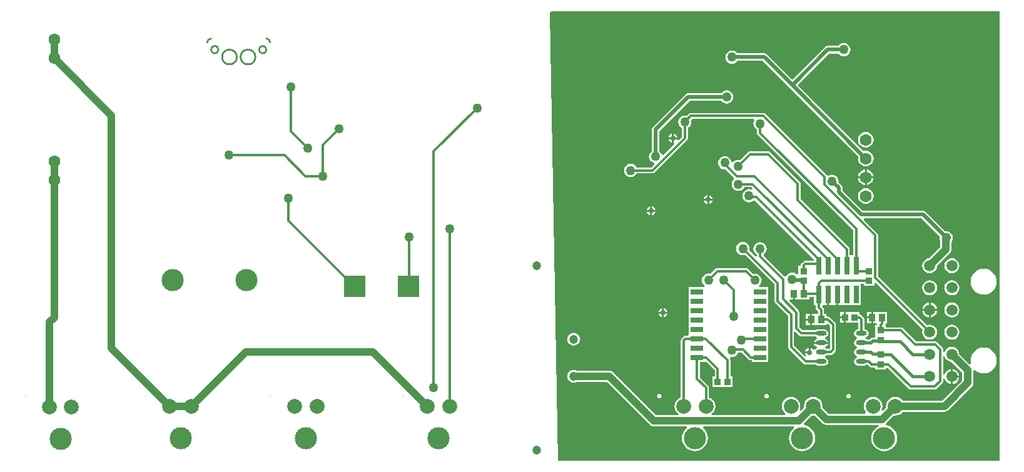
<source format=gbr>
%TF.GenerationSoftware,Altium Limited,Altium Designer,19.1.8 (144)*%
G04 Layer_Physical_Order=1*
G04 Layer_Color=255*
%FSLAX26Y26*%
%MOIN*%
%TF.FileFunction,Copper,L1,Top,Signal*%
%TF.Part,Single*%
G01*
G75*
%TA.AperFunction,NonConductor*%
%ADD10C,0.010000*%
%TA.AperFunction,SMDPad,CuDef*%
%ADD11R,0.037402X0.033465*%
%ADD12R,0.033465X0.037402*%
%ADD13R,0.029921X0.094488*%
%ADD14O,0.057087X0.023622*%
%ADD15R,0.035433X0.039370*%
%ADD16R,0.065748X0.029921*%
%ADD17R,0.118110X0.114173*%
%TA.AperFunction,Conductor*%
%ADD18C,0.019685*%
%ADD19C,0.039370*%
%TA.AperFunction,NonConductor*%
%ADD20C,0.003937*%
%TA.AperFunction,Conductor*%
%ADD21C,0.011811*%
%ADD22C,0.015000*%
%TA.AperFunction,ComponentPad*%
%ADD23C,0.118110*%
%ADD24C,0.078740*%
%ADD25C,0.062992*%
%ADD26C,0.059055*%
%ADD27C,0.047244*%
%TA.AperFunction,ViaPad*%
%ADD28C,0.027559*%
%ADD29C,0.050000*%
G36*
X4676088Y2118912D02*
X2322571D01*
X2279167Y4510470D01*
X2284684Y4516088D01*
X4676088D01*
Y2118912D01*
D02*
G37*
%LPC*%
G36*
X3844449Y4345971D02*
X3835312Y4344768D01*
X3826798Y4341242D01*
X3819486Y4335632D01*
X3815856Y4330900D01*
X3759291D01*
X3751549Y4329360D01*
X3744986Y4324975D01*
X3570315Y4150304D01*
X3435239Y4285380D01*
X3428676Y4289765D01*
X3420934Y4291305D01*
X3277190D01*
X3273559Y4296036D01*
X3266248Y4301646D01*
X3257734Y4305173D01*
X3248597Y4306376D01*
X3239460Y4305173D01*
X3230946Y4301646D01*
X3223635Y4296036D01*
X3218025Y4288725D01*
X3214498Y4280211D01*
X3213295Y4271074D01*
X3214498Y4261937D01*
X3218025Y4253423D01*
X3223635Y4246112D01*
X3230946Y4240502D01*
X3239460Y4236975D01*
X3248597Y4235772D01*
X3257734Y4236975D01*
X3266248Y4240502D01*
X3273559Y4246112D01*
X3277190Y4250843D01*
X3412554D01*
X3556009Y4107387D01*
X3921592Y3741804D01*
X3921304Y3741108D01*
X3919878Y3730276D01*
X3921304Y3719443D01*
X3925485Y3709349D01*
X3932137Y3700680D01*
X3940805Y3694029D01*
X3950900Y3689848D01*
X3961732Y3688421D01*
X3972565Y3689848D01*
X3982659Y3694029D01*
X3991327Y3700680D01*
X3997979Y3709349D01*
X4002160Y3719443D01*
X4003586Y3730276D01*
X4002160Y3741108D01*
X3997979Y3751203D01*
X3991327Y3759871D01*
X3982659Y3766522D01*
X3972565Y3770704D01*
X3961732Y3772130D01*
X3950900Y3770704D01*
X3950204Y3770415D01*
X3598926Y4121693D01*
X3767671Y4290438D01*
X3815856D01*
X3819486Y4285707D01*
X3826798Y4280097D01*
X3835312Y4276570D01*
X3844449Y4275367D01*
X3853586Y4276570D01*
X3862100Y4280097D01*
X3869411Y4285707D01*
X3875021Y4293018D01*
X3878548Y4301533D01*
X3879751Y4310669D01*
X3878548Y4319806D01*
X3875021Y4328320D01*
X3869411Y4335632D01*
X3862100Y4341242D01*
X3853586Y4344768D01*
X3844449Y4345971D01*
D02*
G37*
G36*
X3220787Y4094003D02*
X3211651Y4092800D01*
X3203136Y4089273D01*
X3195825Y4083663D01*
X3192195Y4078932D01*
X3015394D01*
X3007651Y4077392D01*
X3001088Y4073006D01*
X2826994Y3898912D01*
X2822608Y3892349D01*
X2821068Y3884606D01*
Y3770010D01*
X2816337Y3766380D01*
X2810727Y3759068D01*
X2807200Y3750554D01*
X2805997Y3741417D01*
X2807200Y3732281D01*
X2810727Y3723766D01*
X2816337Y3716455D01*
X2823648Y3710845D01*
X2831326Y3707665D01*
X2834050Y3701756D01*
X2834685Y3699888D01*
X2818221Y3683424D01*
X2739791D01*
X2739197Y3684858D01*
X2733587Y3692169D01*
X2726275Y3697779D01*
X2717761Y3701306D01*
X2708624Y3702509D01*
X2699488Y3701306D01*
X2690973Y3697779D01*
X2683662Y3692169D01*
X2678052Y3684858D01*
X2674525Y3676344D01*
X2673322Y3667207D01*
X2674525Y3658070D01*
X2678052Y3649556D01*
X2683662Y3642245D01*
X2690973Y3636635D01*
X2699488Y3633108D01*
X2708624Y3631905D01*
X2717761Y3633108D01*
X2726275Y3636635D01*
X2733587Y3642245D01*
X2739197Y3649556D01*
X2739791Y3650990D01*
X2824938D01*
X2831144Y3652224D01*
X2836405Y3655740D01*
X3008593Y3827928D01*
X3012109Y3833189D01*
X3013343Y3839395D01*
Y3893676D01*
X3014777Y3894270D01*
X3022088Y3899880D01*
X3027698Y3907191D01*
X3031225Y3915706D01*
X3032428Y3924843D01*
X3031225Y3933979D01*
X3030631Y3935413D01*
X3036361Y3941143D01*
X3363911D01*
X3364783Y3939374D01*
X3367035Y3933269D01*
X3363854Y3925592D01*
X3362652Y3916455D01*
X3363854Y3907318D01*
X3367381Y3898804D01*
X3372991Y3891493D01*
X3380303Y3885883D01*
X3381736Y3885289D01*
Y3866936D01*
X3382971Y3860730D01*
X3386486Y3855469D01*
X3893783Y3348173D01*
Y3216260D01*
X3885040D01*
Y3216260D01*
X3884960D01*
Y3216260D01*
X3876217D01*
Y3246894D01*
X3874983Y3253100D01*
X3871467Y3258361D01*
X3614780Y3515048D01*
Y3594702D01*
X3613545Y3600909D01*
X3610030Y3606170D01*
X3451312Y3764887D01*
X3446051Y3768403D01*
X3439845Y3769637D01*
X3344995D01*
X3338789Y3768403D01*
X3333528Y3764887D01*
X3290413Y3721773D01*
X3288979Y3722367D01*
X3279843Y3723570D01*
X3270706Y3722367D01*
X3262192Y3718840D01*
X3254880Y3713230D01*
X3253142Y3710965D01*
X3244910Y3713171D01*
X3244454Y3716636D01*
X3240927Y3725151D01*
X3235317Y3732462D01*
X3228005Y3738072D01*
X3219491Y3741599D01*
X3210354Y3742802D01*
X3201218Y3741599D01*
X3192703Y3738072D01*
X3185392Y3732462D01*
X3179782Y3725151D01*
X3176255Y3716636D01*
X3175052Y3707499D01*
X3176255Y3698363D01*
X3179782Y3689849D01*
X3185392Y3682537D01*
X3192703Y3676927D01*
X3201218Y3673400D01*
X3210354Y3672198D01*
X3214574Y3672753D01*
X3259530Y3627796D01*
X3259015Y3619939D01*
X3257600Y3618853D01*
X3251990Y3611541D01*
X3248463Y3603027D01*
X3247260Y3593890D01*
X3248463Y3584754D01*
X3251990Y3576240D01*
X3257600Y3568928D01*
X3264911Y3563318D01*
X3273425Y3559791D01*
X3282562Y3558588D01*
X3291699Y3559791D01*
X3300213Y3563318D01*
X3307524Y3568928D01*
X3313134Y3576240D01*
X3313728Y3577673D01*
X3350691D01*
X3357564Y3570801D01*
X3353104Y3564125D01*
X3348035Y3566225D01*
X3338898Y3567428D01*
X3329761Y3566225D01*
X3321247Y3562698D01*
X3313935Y3557088D01*
X3308325Y3549777D01*
X3304799Y3541263D01*
X3303596Y3532126D01*
X3304799Y3522989D01*
X3308325Y3514475D01*
X3313935Y3507164D01*
X3321247Y3501554D01*
X3329761Y3498027D01*
X3338898Y3496824D01*
X3348035Y3498027D01*
X3356549Y3501554D01*
X3363860Y3507164D01*
X3371918Y3506447D01*
X3685039Y3193325D01*
Y3185072D01*
X3638064D01*
X3631858Y3183837D01*
X3626597Y3180322D01*
X3619678Y3173403D01*
X3616163Y3168142D01*
X3614928Y3161936D01*
Y3157323D01*
X3602445D01*
Y3114128D01*
X3594570Y3111455D01*
X3594293Y3111817D01*
X3586981Y3117427D01*
X3578467Y3120954D01*
X3569331Y3122157D01*
X3560194Y3120954D01*
X3551680Y3117427D01*
X3544368Y3111817D01*
X3538758Y3104506D01*
X3537890Y3102410D01*
X3536603Y3101629D01*
X3528693Y3100781D01*
X3418200Y3211274D01*
X3417799Y3212425D01*
X3418873Y3221230D01*
X3422915Y3224332D01*
X3428525Y3231643D01*
X3432052Y3240157D01*
X3433255Y3249294D01*
X3432052Y3258431D01*
X3428525Y3266945D01*
X3422915Y3274256D01*
X3415604Y3279867D01*
X3407090Y3283393D01*
X3397953Y3284596D01*
X3388816Y3283393D01*
X3380302Y3279867D01*
X3372990Y3274256D01*
X3367380Y3266945D01*
X3363854Y3258431D01*
X3362651Y3249294D01*
X3363854Y3240157D01*
X3367380Y3231643D01*
X3372990Y3224332D01*
X3380302Y3218722D01*
X3381736Y3218128D01*
Y3210612D01*
X3376765Y3207675D01*
X3374038Y3207174D01*
X3340504Y3240708D01*
X3340644Y3241044D01*
X3341847Y3250181D01*
X3340644Y3259318D01*
X3337117Y3267832D01*
X3331507Y3275143D01*
X3324195Y3280753D01*
X3315681Y3284280D01*
X3306544Y3285483D01*
X3297408Y3284280D01*
X3288894Y3280753D01*
X3281582Y3275143D01*
X3275972Y3267832D01*
X3272445Y3259318D01*
X3271242Y3250181D01*
X3272445Y3241044D01*
X3275972Y3232530D01*
X3281582Y3225218D01*
X3288894Y3219608D01*
X3297408Y3216082D01*
X3306544Y3214879D01*
X3315681Y3216082D01*
X3318213Y3217130D01*
X3331296Y3204047D01*
X3475386Y3059957D01*
Y2969580D01*
X3476620Y2963374D01*
X3480136Y2958113D01*
X3546972Y2891276D01*
Y2727156D01*
X3548206Y2720950D01*
X3551722Y2715689D01*
X3630807Y2636604D01*
X3636068Y2633088D01*
X3642274Y2631854D01*
X3691390D01*
X3697868Y2627525D01*
X3706378Y2625833D01*
X3739842D01*
X3748353Y2627525D01*
X3755567Y2632346D01*
X3760388Y2639561D01*
X3762081Y2648071D01*
X3760388Y2656581D01*
X3755567Y2663796D01*
X3748353Y2668616D01*
X3746139Y2669057D01*
Y2677085D01*
X3748353Y2677525D01*
X3754831Y2681854D01*
X3773406D01*
X3779612Y2683088D01*
X3784873Y2686604D01*
X3798171Y2699902D01*
X3801687Y2705163D01*
X3802921Y2711369D01*
Y2844123D01*
X3801687Y2850329D01*
X3798171Y2855590D01*
X3770010Y2883751D01*
X3764749Y2887266D01*
X3758543Y2888501D01*
X3750827D01*
Y2901968D01*
X3739327D01*
Y2922795D01*
X3738093Y2929001D01*
X3734577Y2934262D01*
X3728485Y2940354D01*
X3729420Y2942649D01*
X3734961Y2948228D01*
X3735039D01*
Y2948228D01*
X3755000D01*
Y3005472D01*
X3765000D01*
Y2948228D01*
X3784960D01*
Y2948228D01*
X3785040D01*
Y2948228D01*
X3805000D01*
Y3005472D01*
X3815000D01*
Y2948228D01*
X3834960D01*
Y2948228D01*
X3835040D01*
Y2948228D01*
X3884960D01*
Y2948228D01*
X3885040D01*
Y2948228D01*
X3934961D01*
Y3062512D01*
X3949753D01*
Y3051997D01*
X4007155D01*
Y3066119D01*
X4014429Y3069133D01*
X4264841Y2818721D01*
X4263301Y2815004D01*
X4261943Y2804685D01*
X4263301Y2794366D01*
X4267284Y2784751D01*
X4273620Y2776494D01*
X4281877Y2770158D01*
X4291492Y2766175D01*
X4301811Y2764816D01*
X4312130Y2766175D01*
X4321745Y2770158D01*
X4330002Y2776494D01*
X4336338Y2784751D01*
X4340321Y2794366D01*
X4341680Y2804685D01*
X4340321Y2815004D01*
X4336338Y2824619D01*
X4330002Y2832876D01*
X4321745Y2839212D01*
X4312130Y2843195D01*
X4301811Y2844554D01*
X4291492Y2843195D01*
X4287775Y2841655D01*
X4027151Y3102279D01*
Y3322458D01*
X4025917Y3328664D01*
X4022401Y3333925D01*
X3952909Y3403417D01*
X3955922Y3410692D01*
X4258886D01*
X4355476Y3314101D01*
X4354698Y3308189D01*
X4355901Y3299052D01*
X4358025Y3293924D01*
Y3257573D01*
X4298961Y3198509D01*
X4291492Y3197526D01*
X4281877Y3193543D01*
X4273620Y3187207D01*
X4267284Y3178950D01*
X4263301Y3169334D01*
X4261943Y3159016D01*
X4263301Y3148697D01*
X4267284Y3139081D01*
X4273620Y3130824D01*
X4281877Y3124488D01*
X4291492Y3120506D01*
X4301811Y3119147D01*
X4312130Y3120506D01*
X4321745Y3124488D01*
X4330002Y3130824D01*
X4336338Y3139081D01*
X4340321Y3148697D01*
X4341305Y3156166D01*
X4409138Y3223999D01*
X4413896Y3230200D01*
X4416887Y3237421D01*
X4417907Y3245171D01*
Y3287065D01*
X4420572Y3290538D01*
X4424099Y3299052D01*
X4425302Y3308189D01*
X4424099Y3317326D01*
X4420572Y3325840D01*
X4414962Y3333151D01*
X4407651Y3338761D01*
X4399137Y3342288D01*
X4390000Y3343491D01*
X4384088Y3342713D01*
X4281572Y3445229D01*
X4275008Y3449614D01*
X4267266Y3451154D01*
X3944989D01*
X3836882Y3559261D01*
Y3574591D01*
X3835342Y3582333D01*
X3830957Y3588897D01*
X3816246Y3603608D01*
X3817024Y3609519D01*
X3815821Y3618656D01*
X3812294Y3627170D01*
X3806684Y3634481D01*
X3799373Y3640091D01*
X3790859Y3643618D01*
X3781722Y3644821D01*
X3772585Y3643618D01*
X3764071Y3640091D01*
X3763307Y3639505D01*
X3762489Y3639303D01*
X3753139Y3641628D01*
X3752284Y3642908D01*
X3426364Y3968828D01*
X3421103Y3972343D01*
X3414897Y3973577D01*
X3029644D01*
X3023438Y3972343D01*
X3018177Y3968828D01*
X3007697Y3958348D01*
X3006263Y3958942D01*
X2997126Y3960144D01*
X2987989Y3958942D01*
X2979475Y3955415D01*
X2972164Y3949805D01*
X2966554Y3942494D01*
X2963027Y3933979D01*
X2961824Y3924843D01*
X2963027Y3915706D01*
X2966554Y3907191D01*
X2972164Y3899880D01*
X2979475Y3894270D01*
X2980909Y3893676D01*
Y3846113D01*
X2963350Y3828553D01*
X2956093Y3832432D01*
X2956322Y3833583D01*
X2938071D01*
Y3815332D01*
X2939222Y3815561D01*
X2943101Y3808304D01*
X2882829Y3748032D01*
X2880961Y3748666D01*
X2875052Y3751391D01*
X2871872Y3759068D01*
X2866262Y3766380D01*
X2861530Y3770010D01*
Y3876226D01*
X3023774Y4038470D01*
X3192195D01*
X3195825Y4033738D01*
X3203136Y4028128D01*
X3211651Y4024602D01*
X3220787Y4023399D01*
X3229924Y4024602D01*
X3238438Y4028128D01*
X3245750Y4033738D01*
X3251360Y4041050D01*
X3254887Y4049564D01*
X3256089Y4058701D01*
X3254887Y4067838D01*
X3251360Y4076352D01*
X3245750Y4083663D01*
X3238438Y4089273D01*
X3229924Y4092800D01*
X3220787Y4094003D01*
D02*
G37*
G36*
X2938071Y3861834D02*
Y3843583D01*
X2956322D01*
X2955471Y3847861D01*
X2950215Y3855727D01*
X2942349Y3860983D01*
X2938071Y3861834D01*
D02*
G37*
G36*
X2928071D02*
X2923793Y3860983D01*
X2915927Y3855727D01*
X2910671Y3847861D01*
X2909820Y3843583D01*
X2928071D01*
Y3861834D01*
D02*
G37*
G36*
Y3833583D02*
X2909820D01*
X2910671Y3829304D01*
X2915927Y3821439D01*
X2923793Y3816183D01*
X2928071Y3815332D01*
Y3833583D01*
D02*
G37*
G36*
X3961732Y3872130D02*
X3950900Y3870704D01*
X3940805Y3866522D01*
X3932137Y3859871D01*
X3925485Y3851203D01*
X3921304Y3841108D01*
X3919878Y3830276D01*
X3921304Y3819443D01*
X3925485Y3809349D01*
X3932137Y3800680D01*
X3940805Y3794029D01*
X3950900Y3789848D01*
X3961732Y3788421D01*
X3972565Y3789848D01*
X3982659Y3794029D01*
X3991327Y3800680D01*
X3997979Y3809349D01*
X4002160Y3819443D01*
X4003586Y3830276D01*
X4002160Y3841108D01*
X3997979Y3851203D01*
X3991327Y3859871D01*
X3982659Y3866522D01*
X3972565Y3870704D01*
X3961732Y3872130D01*
D02*
G37*
G36*
X3966732Y3671472D02*
Y3635275D01*
X4002928D01*
X4002160Y3641108D01*
X3997979Y3651203D01*
X3991327Y3659871D01*
X3982659Y3666522D01*
X3972565Y3670704D01*
X3966732Y3671472D01*
D02*
G37*
G36*
X3956732Y3671471D02*
X3950900Y3670704D01*
X3940805Y3666522D01*
X3932137Y3659871D01*
X3925485Y3651203D01*
X3921304Y3641108D01*
X3920536Y3635275D01*
X3956732D01*
Y3671471D01*
D02*
G37*
G36*
Y3625275D02*
X3920537D01*
X3921304Y3619443D01*
X3925485Y3609349D01*
X3932137Y3600680D01*
X3940805Y3594029D01*
X3950900Y3589848D01*
X3956732Y3589080D01*
Y3625275D01*
D02*
G37*
G36*
X4002928D02*
X3966732D01*
Y3589080D01*
X3972565Y3589848D01*
X3982659Y3594029D01*
X3991327Y3600680D01*
X3997979Y3609349D01*
X4002160Y3619443D01*
X4002928Y3625275D01*
D02*
G37*
G36*
X3126338Y3534353D02*
Y3516102D01*
X3144589D01*
X3143738Y3520381D01*
X3138483Y3528247D01*
X3130617Y3533502D01*
X3126338Y3534353D01*
D02*
G37*
G36*
X3116338D02*
X3112060Y3533502D01*
X3104194Y3528247D01*
X3098939Y3520381D01*
X3098088Y3516102D01*
X3116338D01*
Y3534353D01*
D02*
G37*
G36*
X3961732Y3572130D02*
X3950900Y3570704D01*
X3940805Y3566522D01*
X3932137Y3559871D01*
X3925485Y3551203D01*
X3921304Y3541108D01*
X3919878Y3530276D01*
X3921304Y3519443D01*
X3925485Y3509349D01*
X3932137Y3500680D01*
X3940805Y3494029D01*
X3950900Y3489848D01*
X3961732Y3488421D01*
X3972565Y3489848D01*
X3982659Y3494029D01*
X3991327Y3500680D01*
X3997979Y3509349D01*
X4002160Y3519443D01*
X4003586Y3530276D01*
X4002160Y3541108D01*
X3997979Y3551203D01*
X3991327Y3559871D01*
X3982659Y3566522D01*
X3972565Y3570704D01*
X3961732Y3572130D01*
D02*
G37*
G36*
X3144589Y3506102D02*
X3126338D01*
Y3487852D01*
X3130617Y3488703D01*
X3138483Y3493958D01*
X3143738Y3501824D01*
X3144589Y3506102D01*
D02*
G37*
G36*
X3116338D02*
X3098088D01*
X3098939Y3501824D01*
X3104194Y3493958D01*
X3112060Y3488703D01*
X3116338Y3487852D01*
Y3506102D01*
D02*
G37*
G36*
X2822084Y3475298D02*
Y3457047D01*
X2840335D01*
X2839484Y3461326D01*
X2834228Y3469191D01*
X2826362Y3474447D01*
X2822084Y3475298D01*
D02*
G37*
G36*
X2812084D02*
X2807806Y3474447D01*
X2799940Y3469191D01*
X2794684Y3461326D01*
X2793833Y3457047D01*
X2812084D01*
Y3475298D01*
D02*
G37*
G36*
X2840335Y3447047D02*
X2822084D01*
Y3428796D01*
X2826362Y3429648D01*
X2834228Y3434903D01*
X2839484Y3442769D01*
X2840335Y3447047D01*
D02*
G37*
G36*
X2812084D02*
X2793833D01*
X2794684Y3442769D01*
X2799940Y3434903D01*
X2807806Y3429648D01*
X2812084Y3428796D01*
Y3447047D01*
D02*
G37*
G36*
X4419921Y3198884D02*
X4409602Y3197526D01*
X4399987Y3193543D01*
X4391730Y3187207D01*
X4385394Y3178950D01*
X4381411Y3169334D01*
X4380053Y3159016D01*
X4381411Y3148697D01*
X4385394Y3139081D01*
X4391730Y3130824D01*
X4399987Y3124488D01*
X4409602Y3120506D01*
X4419921Y3119147D01*
X4430240Y3120506D01*
X4439856Y3124488D01*
X4448113Y3130824D01*
X4454449Y3139081D01*
X4458431Y3148697D01*
X4459790Y3159016D01*
X4458431Y3169334D01*
X4454449Y3178950D01*
X4448113Y3187207D01*
X4439856Y3193543D01*
X4430240Y3197526D01*
X4419921Y3198884D01*
D02*
G37*
G36*
X3324739Y3146127D02*
X3170776D01*
X3164570Y3144893D01*
X3159309Y3141377D01*
X3133719Y3115787D01*
X3132285Y3116381D01*
X3123148Y3117584D01*
X3114011Y3116381D01*
X3105497Y3112854D01*
X3098186Y3107244D01*
X3092576Y3099933D01*
X3089049Y3091419D01*
X3087846Y3082282D01*
X3089049Y3073145D01*
X3092576Y3064631D01*
X3097941Y3057639D01*
X3098186Y3057319D01*
X3102925Y3052242D01*
Y3052241D01*
X3102924Y3052242D01*
X3100640Y3045512D01*
X3098004Y3045511D01*
X3019252D01*
Y3003385D01*
X3019252Y2995590D01*
X3019252Y2987716D01*
Y2953385D01*
X3019252Y2945590D01*
X3019252Y2937716D01*
Y2903385D01*
X3019252Y2895590D01*
X3019252Y2887716D01*
Y2853385D01*
X3019252Y2845590D01*
X3019252Y2837716D01*
X3019252Y2792336D01*
X3013684Y2786768D01*
X3001640D01*
X2995434Y2785533D01*
X2990173Y2782018D01*
X2980423Y2772268D01*
X2976907Y2767006D01*
X2975673Y2760800D01*
Y2456799D01*
X2966992Y2453203D01*
X2956679Y2445290D01*
X2948765Y2434977D01*
X2943791Y2422967D01*
X2942094Y2410079D01*
X2943791Y2397191D01*
X2948765Y2385181D01*
X2956679Y2374867D01*
X2963267Y2369812D01*
X2960594Y2361938D01*
X2843999D01*
X2614766Y2591172D01*
X2608565Y2595930D01*
X2601343Y2598921D01*
X2593594Y2599941D01*
X2420574D01*
X2413777Y2602757D01*
X2405000Y2603912D01*
X2396223Y2602757D01*
X2388044Y2599369D01*
X2381021Y2593979D01*
X2375631Y2586956D01*
X2372243Y2578777D01*
X2371088Y2570000D01*
X2372243Y2561223D01*
X2375631Y2553044D01*
X2381021Y2546021D01*
X2388044Y2540631D01*
X2396223Y2537243D01*
X2405000Y2536088D01*
X2413777Y2537243D01*
X2420574Y2540059D01*
X2581192D01*
X2810425Y2310825D01*
X2816626Y2306067D01*
X2823848Y2303076D01*
X2831597Y2302056D01*
X3005296D01*
X3008113Y2294182D01*
X3001879Y2289066D01*
X2993250Y2278551D01*
X2986838Y2266554D01*
X2982889Y2253537D01*
X2981556Y2240000D01*
X2982889Y2226463D01*
X2986838Y2213446D01*
X2993250Y2201449D01*
X3001879Y2190934D01*
X3012394Y2182305D01*
X3024391Y2175893D01*
X3037408Y2171944D01*
X3050945Y2170611D01*
X3064482Y2171944D01*
X3077499Y2175893D01*
X3089495Y2182305D01*
X3100010Y2190934D01*
X3108640Y2201449D01*
X3115052Y2213446D01*
X3119001Y2226463D01*
X3120334Y2240000D01*
X3119001Y2253537D01*
X3115052Y2266554D01*
X3108640Y2278551D01*
X3100010Y2289066D01*
X3093776Y2294182D01*
X3096594Y2302056D01*
X3576595D01*
X3579413Y2294182D01*
X3573178Y2289066D01*
X3564549Y2278551D01*
X3558137Y2266554D01*
X3554188Y2253537D01*
X3552855Y2240000D01*
X3554188Y2226463D01*
X3558137Y2213446D01*
X3564549Y2201449D01*
X3573178Y2190934D01*
X3583693Y2182305D01*
X3595690Y2175893D01*
X3608707Y2171944D01*
X3622244Y2170611D01*
X3635781Y2171944D01*
X3648798Y2175893D01*
X3660795Y2182305D01*
X3671310Y2190934D01*
X3679939Y2201449D01*
X3686351Y2213446D01*
X3690300Y2226463D01*
X3691633Y2240000D01*
X3690300Y2253537D01*
X3686351Y2266554D01*
X3679939Y2278551D01*
X3671310Y2289066D01*
X3660795Y2297695D01*
X3648798Y2304107D01*
X3635781Y2308056D01*
X3633026Y2308327D01*
X3630092Y2316528D01*
X3674713Y2361150D01*
X3681299Y2360283D01*
X3687885Y2361150D01*
X3729725Y2319310D01*
X3735926Y2314552D01*
X3743147Y2311561D01*
X3750896Y2310540D01*
X4028423D01*
X4030396Y2302666D01*
X4021095Y2297695D01*
X4010580Y2289066D01*
X4001951Y2278551D01*
X3995538Y2266554D01*
X3991590Y2253537D01*
X3990256Y2240000D01*
X3991590Y2226463D01*
X3995538Y2213446D01*
X4001951Y2201449D01*
X4010580Y2190934D01*
X4021095Y2182305D01*
X4033092Y2175893D01*
X4046108Y2171944D01*
X4059646Y2170611D01*
X4073183Y2171944D01*
X4086200Y2175893D01*
X4098196Y2182305D01*
X4108711Y2190934D01*
X4117341Y2201449D01*
X4123753Y2213446D01*
X4127702Y2226463D01*
X4129035Y2240000D01*
X4127702Y2253537D01*
X4123753Y2266554D01*
X4117341Y2278551D01*
X4108711Y2289066D01*
X4098196Y2297695D01*
X4086200Y2304107D01*
X4073183Y2308056D01*
X4069071Y2308461D01*
X4066746Y2316602D01*
X4070275Y2319310D01*
X4112115Y2361150D01*
X4118701Y2360283D01*
X4131589Y2361979D01*
X4143599Y2366954D01*
X4153912Y2374867D01*
X4157956Y2380137D01*
X4380547D01*
X4388297Y2381158D01*
X4395518Y2384149D01*
X4401719Y2388907D01*
X4526172Y2513360D01*
X4530930Y2519561D01*
X4533921Y2526782D01*
X4534941Y2534532D01*
Y2599393D01*
X4537258Y2601343D01*
X4539330Y2602349D01*
X4542685Y2603002D01*
X4551449Y2595809D01*
X4563446Y2589397D01*
X4576463Y2585448D01*
X4590000Y2584115D01*
X4603537Y2585448D01*
X4616554Y2589397D01*
X4628551Y2595809D01*
X4639066Y2604438D01*
X4647695Y2614953D01*
X4654107Y2626950D01*
X4658056Y2639967D01*
X4659389Y2653504D01*
X4658056Y2667041D01*
X4654107Y2680058D01*
X4647695Y2692055D01*
X4639066Y2702570D01*
X4628551Y2711199D01*
X4616554Y2717611D01*
X4603537Y2721560D01*
X4590000Y2722893D01*
X4576463Y2721560D01*
X4563446Y2717611D01*
X4551449Y2711199D01*
X4540934Y2702570D01*
X4532305Y2692055D01*
X4525893Y2680058D01*
X4521944Y2667041D01*
X4520611Y2653504D01*
X4521944Y2639967D01*
X4522787Y2637188D01*
X4515825Y2633015D01*
X4459415Y2689425D01*
X4458431Y2696894D01*
X4454449Y2706509D01*
X4448113Y2714766D01*
X4439856Y2721102D01*
X4430240Y2725085D01*
X4419921Y2726443D01*
X4409602Y2725085D01*
X4399987Y2721102D01*
X4391730Y2714766D01*
X4385394Y2706509D01*
X4381411Y2696894D01*
X4373591Y2697819D01*
Y2713276D01*
X4372357Y2719482D01*
X4368841Y2724743D01*
X4343345Y2750239D01*
X4338084Y2753755D01*
X4331878Y2754989D01*
X4231514D01*
X4160784Y2825719D01*
X4155523Y2829235D01*
X4149317Y2830469D01*
X4069094D01*
Y2840984D01*
X4069095D01*
X4065827Y2845512D01*
X4069854Y2853386D01*
X4075984D01*
Y2912756D01*
X4000118D01*
Y2883072D01*
X3995118D01*
D01*
X4000118D01*
Y2853386D01*
X4016724D01*
X4021218Y2846113D01*
X4018557Y2840984D01*
X4011693D01*
Y2776386D01*
X3999193D01*
X3999193Y2776386D01*
X3992365Y2775028D01*
X3986576Y2771160D01*
X3986576Y2771160D01*
X3981329Y2765914D01*
X3966965D01*
X3962919Y2768616D01*
X3960706Y2769057D01*
Y2777085D01*
X3962919Y2777525D01*
X3970134Y2782346D01*
X3974955Y2789561D01*
X3976648Y2798071D01*
X3974955Y2806581D01*
X3970134Y2813796D01*
X3962919Y2818616D01*
X3954409Y2820309D01*
X3953894D01*
Y2873063D01*
X3952660Y2879269D01*
X3949144Y2884530D01*
X3939136Y2894538D01*
X3933875Y2898053D01*
X3927992Y2899224D01*
Y2911772D01*
X3855078D01*
Y2883071D01*
Y2854370D01*
X3921460D01*
Y2820309D01*
X3920945D01*
X3912434Y2818616D01*
X3905220Y2813796D01*
X3900399Y2806581D01*
X3898706Y2798071D01*
X3900399Y2789561D01*
X3905220Y2782346D01*
X3912434Y2777525D01*
X3914648Y2777085D01*
Y2769057D01*
X3912434Y2768616D01*
X3905220Y2763796D01*
X3900399Y2756581D01*
X3898706Y2748071D01*
X3900399Y2739561D01*
X3905220Y2732346D01*
X3912434Y2727525D01*
X3914648Y2727085D01*
Y2719057D01*
X3912434Y2718616D01*
X3905220Y2713796D01*
X3900399Y2706581D01*
X3898706Y2698071D01*
X3900399Y2689561D01*
X3905220Y2682346D01*
X3912434Y2677525D01*
X3914648Y2677085D01*
Y2669057D01*
X3912434Y2668616D01*
X3905220Y2663796D01*
X3900399Y2656581D01*
X3898706Y2648071D01*
X3900399Y2639561D01*
X3905220Y2632346D01*
X3912434Y2627525D01*
X3920945Y2625833D01*
X3954409D01*
X3962919Y2627525D01*
X3969398Y2631854D01*
X3970447D01*
X3980697Y2621604D01*
X3985958Y2618088D01*
X3992164Y2616854D01*
X4011693D01*
Y2606339D01*
X4069094D01*
Y2613845D01*
X4076968Y2615608D01*
X4189141Y2503435D01*
X4194402Y2499919D01*
X4200608Y2498685D01*
X4328974D01*
X4335180Y2499919D01*
X4340441Y2503435D01*
X4368841Y2531835D01*
X4372357Y2537096D01*
X4373591Y2543302D01*
Y2557220D01*
X4381411Y2558146D01*
X4385394Y2548530D01*
X4391730Y2540273D01*
X4399987Y2533937D01*
X4409602Y2529954D01*
X4414922Y2529254D01*
Y2568465D01*
Y2607675D01*
X4409602Y2606975D01*
X4399987Y2602992D01*
X4391730Y2596656D01*
X4385394Y2588399D01*
X4381411Y2578783D01*
X4373591Y2579709D01*
Y2675330D01*
X4381411Y2676256D01*
X4385394Y2666640D01*
X4391730Y2658383D01*
X4399987Y2652048D01*
X4409602Y2648065D01*
X4417072Y2647081D01*
X4475059Y2589094D01*
Y2546934D01*
X4368145Y2440020D01*
X4157956D01*
X4153912Y2445290D01*
X4143599Y2453203D01*
X4131589Y2458178D01*
X4118701Y2459875D01*
X4105813Y2458178D01*
X4093803Y2453203D01*
X4083490Y2445290D01*
X4075576Y2434977D01*
X4070602Y2422967D01*
X4068905Y2410079D01*
X4069772Y2403493D01*
X4052789Y2386510D01*
X4046113Y2390970D01*
X4048690Y2397191D01*
X4050387Y2410079D01*
X4048690Y2422967D01*
X4043715Y2434977D01*
X4035802Y2445290D01*
X4025489Y2453203D01*
X4013479Y2458178D01*
X4000591Y2459875D01*
X3987702Y2458178D01*
X3975693Y2453203D01*
X3965379Y2445290D01*
X3957466Y2434977D01*
X3952491Y2422967D01*
X3950794Y2410079D01*
X3952491Y2397191D01*
X3957466Y2385181D01*
X3962748Y2378297D01*
X3958865Y2370423D01*
X3763298D01*
X3730228Y2403493D01*
X3731095Y2410079D01*
X3729398Y2422967D01*
X3724424Y2434977D01*
X3716510Y2445290D01*
X3706197Y2453203D01*
X3694187Y2458178D01*
X3681299Y2459875D01*
X3668411Y2458178D01*
X3656401Y2453203D01*
X3646088Y2445290D01*
X3638175Y2434977D01*
X3633200Y2422967D01*
X3631503Y2410079D01*
X3632370Y2403493D01*
X3615387Y2386510D01*
X3608712Y2390970D01*
X3611288Y2397191D01*
X3612985Y2410079D01*
X3611288Y2422967D01*
X3606314Y2434977D01*
X3598400Y2445290D01*
X3588087Y2453203D01*
X3576077Y2458178D01*
X3563189Y2459875D01*
X3550301Y2458178D01*
X3538291Y2453203D01*
X3527978Y2445290D01*
X3520064Y2434977D01*
X3515090Y2422967D01*
X3513393Y2410079D01*
X3515090Y2397191D01*
X3520064Y2385181D01*
X3527978Y2374867D01*
X3534566Y2369812D01*
X3531893Y2361938D01*
X3141296D01*
X3138623Y2369812D01*
X3145211Y2374867D01*
X3153125Y2385181D01*
X3158099Y2397191D01*
X3159796Y2410079D01*
X3158099Y2422967D01*
X3153125Y2434977D01*
X3145211Y2445290D01*
X3134898Y2453203D01*
X3126217Y2456799D01*
Y2508324D01*
X3124983Y2514530D01*
X3121467Y2519791D01*
X3078343Y2562915D01*
Y2645590D01*
X3105000D01*
Y2645590D01*
X3112874Y2647459D01*
X3156622Y2603710D01*
Y2568939D01*
X3146107D01*
Y2511537D01*
X3250753D01*
Y2568939D01*
X3240238D01*
Y2656149D01*
X3239003Y2662355D01*
X3236923Y2665468D01*
X3240209Y2671903D01*
X3241210Y2672812D01*
X3247163Y2672028D01*
X3256300Y2673231D01*
X3264814Y2676758D01*
X3272125Y2682368D01*
X3277735Y2689679D01*
X3280002Y2695152D01*
X3299827D01*
X3335895Y2659084D01*
X3341156Y2655569D01*
X3347362Y2654334D01*
X3355079D01*
Y2645591D01*
X3440827D01*
Y2687716D01*
X3440827Y2695512D01*
X3440827Y2703386D01*
Y2737716D01*
X3440827Y2745511D01*
X3440827Y2753385D01*
Y2787716D01*
X3440827Y2795511D01*
X3440827Y2803385D01*
Y2837716D01*
X3440827Y2845511D01*
X3440827Y2853385D01*
Y2887716D01*
X3440827Y2895511D01*
X3440827Y2903385D01*
Y2937716D01*
X3440827Y2945511D01*
X3440827Y2953385D01*
Y2987716D01*
X3440827Y2995511D01*
X3440827Y3003385D01*
Y3045511D01*
X3395458D01*
X3392785Y3053385D01*
X3396137Y3055957D01*
X3401747Y3063269D01*
X3405273Y3071783D01*
X3406476Y3080920D01*
X3405273Y3090056D01*
X3401747Y3098571D01*
X3396137Y3105882D01*
X3388825Y3111492D01*
X3380311Y3115019D01*
X3371174Y3116222D01*
X3362503Y3115080D01*
X3336206Y3141377D01*
X3330945Y3144893D01*
X3324739Y3146127D01*
D02*
G37*
G36*
X4590000Y3143365D02*
X4576463Y3142032D01*
X4563446Y3138084D01*
X4551449Y3131671D01*
X4540934Y3123042D01*
X4532305Y3112527D01*
X4525893Y3100530D01*
X4521944Y3087514D01*
X4520611Y3073976D01*
X4521944Y3060439D01*
X4525893Y3047422D01*
X4532305Y3035426D01*
X4540934Y3024911D01*
X4551449Y3016281D01*
X4563446Y3009869D01*
X4576463Y3005920D01*
X4590000Y3004587D01*
X4603537Y3005920D01*
X4616554Y3009869D01*
X4628551Y3016281D01*
X4639066Y3024911D01*
X4647695Y3035426D01*
X4654107Y3047422D01*
X4658056Y3060439D01*
X4659389Y3073976D01*
X4658056Y3087514D01*
X4654107Y3100530D01*
X4647695Y3112527D01*
X4639066Y3123042D01*
X4628551Y3131671D01*
X4616554Y3138084D01*
X4603537Y3142032D01*
X4590000Y3143365D01*
D02*
G37*
G36*
X4301811Y3080774D02*
X4291492Y3079416D01*
X4281877Y3075433D01*
X4273620Y3069097D01*
X4267284Y3060840D01*
X4263301Y3051224D01*
X4261943Y3040905D01*
X4263301Y3030587D01*
X4267284Y3020971D01*
X4273620Y3012714D01*
X4281877Y3006378D01*
X4291492Y3002395D01*
X4301811Y3001037D01*
X4312130Y3002395D01*
X4321745Y3006378D01*
X4330002Y3012714D01*
X4336338Y3020971D01*
X4340321Y3030587D01*
X4341680Y3040905D01*
X4340321Y3051224D01*
X4336338Y3060840D01*
X4330002Y3069097D01*
X4321745Y3075433D01*
X4312130Y3079416D01*
X4301811Y3080774D01*
D02*
G37*
G36*
X4419921Y3080774D02*
X4409602Y3079416D01*
X4399987Y3075433D01*
X4391730Y3069097D01*
X4385394Y3060840D01*
X4381411Y3051224D01*
X4380053Y3040905D01*
X4381411Y3030587D01*
X4385394Y3020971D01*
X4391730Y3012714D01*
X4399987Y3006378D01*
X4409602Y3002395D01*
X4419921Y3001037D01*
X4430240Y3002395D01*
X4439856Y3006378D01*
X4448113Y3012714D01*
X4454449Y3020971D01*
X4458431Y3030587D01*
X4459790Y3040905D01*
X4458431Y3051224D01*
X4454449Y3060840D01*
X4448113Y3069097D01*
X4439856Y3075433D01*
X4430240Y3079416D01*
X4419921Y3080774D01*
D02*
G37*
G36*
X4306811Y2962006D02*
Y2927795D01*
X4341021D01*
X4340321Y2933114D01*
X4336338Y2942729D01*
X4330002Y2950987D01*
X4321745Y2957322D01*
X4312130Y2961305D01*
X4306811Y2962006D01*
D02*
G37*
G36*
X4296811D02*
X4291492Y2961305D01*
X4281877Y2957322D01*
X4273620Y2950987D01*
X4267284Y2942729D01*
X4263301Y2933114D01*
X4262601Y2927795D01*
X4296811D01*
Y2962006D01*
D02*
G37*
G36*
X2885472Y2932120D02*
Y2913869D01*
X2903723D01*
X2902872Y2918147D01*
X2897617Y2926013D01*
X2889751Y2931269D01*
X2885472Y2932120D01*
D02*
G37*
G36*
X2875472D02*
X2871194Y2931269D01*
X2863328Y2926013D01*
X2858073Y2918147D01*
X2857222Y2913869D01*
X2875472D01*
Y2932120D01*
D02*
G37*
G36*
X3990118Y2912756D02*
X3967401D01*
Y2888072D01*
X3990118D01*
Y2912756D01*
D02*
G37*
G36*
X3845078Y2911772D02*
X3823346D01*
Y2888071D01*
X3845078D01*
Y2911772D01*
D02*
G37*
G36*
X2903723Y2903869D02*
X2885472D01*
Y2885618D01*
X2889751Y2886469D01*
X2897617Y2891725D01*
X2902872Y2899591D01*
X2903723Y2903869D01*
D02*
G37*
G36*
X2875472D02*
X2857222D01*
X2858073Y2899591D01*
X2863328Y2891725D01*
X2871194Y2886469D01*
X2875472Y2885618D01*
Y2903869D01*
D02*
G37*
G36*
X4341021Y2917795D02*
X4306811D01*
Y2883585D01*
X4312130Y2884285D01*
X4321745Y2888268D01*
X4330002Y2894604D01*
X4336338Y2902861D01*
X4340321Y2912476D01*
X4341021Y2917795D01*
D02*
G37*
G36*
X4296811D02*
X4262601D01*
X4263301Y2912476D01*
X4267284Y2902861D01*
X4273620Y2894604D01*
X4281877Y2888268D01*
X4291492Y2884285D01*
X4296811Y2883585D01*
Y2917795D01*
D02*
G37*
G36*
X4419921Y2962664D02*
X4409602Y2961305D01*
X4399987Y2957322D01*
X4391730Y2950987D01*
X4385394Y2942729D01*
X4381411Y2933114D01*
X4380053Y2922795D01*
X4381411Y2912476D01*
X4385394Y2902861D01*
X4391730Y2894604D01*
X4399987Y2888268D01*
X4409602Y2884285D01*
X4419921Y2882927D01*
X4430240Y2884285D01*
X4439856Y2888268D01*
X4448113Y2894604D01*
X4454449Y2902861D01*
X4458431Y2912476D01*
X4459790Y2922795D01*
X4458431Y2933114D01*
X4454449Y2942729D01*
X4448113Y2950987D01*
X4439856Y2957322D01*
X4430240Y2961305D01*
X4419921Y2962664D01*
D02*
G37*
G36*
X3845078Y2878071D02*
X3823346D01*
Y2854370D01*
X3845078D01*
Y2878071D01*
D02*
G37*
G36*
X3990118Y2878072D02*
X3967401D01*
Y2853386D01*
X3990118D01*
Y2878072D01*
D02*
G37*
G36*
X4419921Y2844554D02*
X4409602Y2843195D01*
X4399987Y2839212D01*
X4391730Y2832876D01*
X4385394Y2824619D01*
X4381411Y2815004D01*
X4380053Y2804685D01*
X4381411Y2794366D01*
X4385394Y2784751D01*
X4391730Y2776494D01*
X4399987Y2770158D01*
X4409602Y2766175D01*
X4419921Y2764816D01*
X4430240Y2766175D01*
X4439856Y2770158D01*
X4448113Y2776494D01*
X4454449Y2784751D01*
X4458431Y2794366D01*
X4459790Y2804685D01*
X4458431Y2815004D01*
X4454449Y2824619D01*
X4448113Y2832876D01*
X4439856Y2839212D01*
X4430240Y2843195D01*
X4419921Y2844554D01*
D02*
G37*
G36*
X2405000Y2800762D02*
X2396223Y2799607D01*
X2388044Y2796219D01*
X2381021Y2790830D01*
X2375631Y2783806D01*
X2372243Y2775628D01*
X2371088Y2766850D01*
X2372243Y2758073D01*
X2375631Y2749894D01*
X2381021Y2742871D01*
X2388044Y2737482D01*
X2396223Y2734094D01*
X2405000Y2732938D01*
X2413777Y2734094D01*
X2421956Y2737482D01*
X2428979Y2742871D01*
X2434369Y2749894D01*
X2437757Y2758073D01*
X2438912Y2766850D01*
X2437757Y2775628D01*
X2434369Y2783806D01*
X2428979Y2790830D01*
X2421956Y2796219D01*
X2413777Y2799607D01*
X2405000Y2800762D01*
D02*
G37*
G36*
X4424922Y2607675D02*
Y2573465D01*
X4459132D01*
X4458431Y2578783D01*
X4454449Y2588399D01*
X4448113Y2596656D01*
X4439856Y2602992D01*
X4430240Y2606975D01*
X4424922Y2607675D01*
D02*
G37*
G36*
X4459132Y2563465D02*
X4424922D01*
Y2529254D01*
X4430240Y2529954D01*
X4439856Y2533937D01*
X4448113Y2540273D01*
X4454449Y2548530D01*
X4458431Y2558146D01*
X4459132Y2563465D01*
D02*
G37*
G36*
X3869724Y2477203D02*
X3865055Y2476274D01*
X3861096Y2473629D01*
X3858450Y2469670D01*
X3857521Y2465000D01*
X3858450Y2460330D01*
X3861096Y2456371D01*
X3861174Y2456293D01*
X3865133Y2453647D01*
X3869803Y2452718D01*
X3874473Y2453647D01*
X3878432Y2456293D01*
X3881077Y2460251D01*
X3882006Y2464921D01*
X3881077Y2469591D01*
X3878432Y2473550D01*
X3878353Y2473629D01*
X3874394Y2476274D01*
X3869724Y2477203D01*
D02*
G37*
G36*
X3432323D02*
X3427653Y2476274D01*
X3423694Y2473629D01*
X3421049Y2469670D01*
X3420120Y2465000D01*
X3421049Y2460330D01*
X3423694Y2456371D01*
X3423773Y2456293D01*
X3427732Y2453647D01*
X3432401Y2452718D01*
X3437071Y2453647D01*
X3441030Y2456293D01*
X3443676Y2460251D01*
X3444604Y2464921D01*
X3443676Y2469591D01*
X3441030Y2473550D01*
X3440952Y2473629D01*
X3436993Y2476274D01*
X3432323Y2477203D01*
D02*
G37*
G36*
X2861024D02*
X2856354Y2476274D01*
X2852395Y2473629D01*
X2849749Y2469670D01*
X2848821Y2465000D01*
X2849749Y2460330D01*
X2852395Y2456371D01*
X2852474Y2456293D01*
X2856432Y2453647D01*
X2861102Y2452718D01*
X2865772Y2453647D01*
X2869731Y2456293D01*
X2872376Y2460251D01*
X2873305Y2464921D01*
X2872376Y2469591D01*
X2869731Y2473550D01*
X2869652Y2473629D01*
X2865693Y2476274D01*
X2861024Y2477203D01*
D02*
G37*
%LPD*%
G36*
X3583976Y2978543D02*
X3659843D01*
Y2992011D01*
X3685039D01*
Y2948228D01*
X3693783D01*
Y2935905D01*
X3695017Y2929699D01*
X3698533Y2924438D01*
X3706893Y2916078D01*
Y2901968D01*
X3674960D01*
Y2872283D01*
Y2842598D01*
X3750827D01*
Y2845930D01*
X3758701Y2849192D01*
X3770487Y2837405D01*
Y2718086D01*
X3766689Y2714288D01*
X3754831D01*
X3748353Y2718616D01*
X3746139Y2719057D01*
Y2727085D01*
X3748353Y2727525D01*
X3755567Y2732346D01*
X3760388Y2739561D01*
X3761086Y2743071D01*
X3723110D01*
X3685134D01*
X3685832Y2739561D01*
X3690653Y2732346D01*
X3697868Y2727525D01*
X3700081Y2727085D01*
Y2719057D01*
X3697868Y2718616D01*
X3690653Y2713796D01*
X3689409Y2711933D01*
X3679939D01*
X3678561Y2713994D01*
X3670696Y2719250D01*
X3666417Y2720101D01*
Y2696850D01*
X3661417D01*
Y2691850D01*
X3638166D01*
X3639017Y2687572D01*
X3643396Y2681020D01*
X3637279Y2676000D01*
X3579406Y2733874D01*
Y2803993D01*
X3587280Y2807255D01*
X3607931Y2786604D01*
X3613193Y2783088D01*
X3619399Y2781854D01*
X3691390D01*
X3697868Y2777525D01*
X3700081Y2777085D01*
Y2769057D01*
X3697868Y2768616D01*
X3690653Y2763796D01*
X3685832Y2756581D01*
X3685134Y2753071D01*
X3723110D01*
X3761086D01*
X3760388Y2756581D01*
X3755567Y2763796D01*
X3748353Y2768616D01*
X3746139Y2769057D01*
Y2777085D01*
X3748353Y2777525D01*
X3755567Y2782346D01*
X3760388Y2789561D01*
X3762081Y2798071D01*
X3760388Y2806581D01*
X3755567Y2813796D01*
X3748353Y2818616D01*
X3739842Y2820309D01*
X3706378D01*
X3697868Y2818616D01*
X3691390Y2814288D01*
X3626116D01*
X3607488Y2832916D01*
Y2909626D01*
X3606254Y2915832D01*
X3602738Y2921093D01*
X3553162Y2970669D01*
X3556423Y2978543D01*
X3573976D01*
Y3008228D01*
X3583976D01*
Y2978543D01*
D02*
G37*
%LPC*%
G36*
X3664960Y2901968D02*
X3642244D01*
Y2877283D01*
X3664960D01*
Y2901968D01*
D02*
G37*
G36*
Y2867283D02*
X3642244D01*
Y2842598D01*
X3664960D01*
Y2867283D01*
D02*
G37*
G36*
X3656417Y2720101D02*
X3652139Y2719250D01*
X3644273Y2713994D01*
X3639017Y2706129D01*
X3638166Y2701850D01*
X3656417D01*
Y2720101D01*
D02*
G37*
%LPD*%
D10*
X472441Y4370079D02*
G03*
X452756Y4350394I0J-19685D01*
G01*
X787402D02*
G03*
X767717Y4370079I-19685J0D01*
G01*
X511811Y4311024D02*
G03*
X511811Y4311024I-19685J0D01*
G01*
X767716D02*
G03*
X767716Y4311024I-19685J0D01*
G01*
X708661Y4271654D02*
G03*
X708661Y4271654I-39370J0D01*
G01*
X610236D02*
G03*
X610236Y4271654I-39370J0D01*
G01*
D11*
X3978454Y3129910D02*
D03*
Y3078729D02*
D03*
X4040394Y2684252D02*
D03*
Y2633071D02*
D03*
X3631145Y3130591D02*
D03*
Y3079410D02*
D03*
X4040394Y2763071D02*
D03*
Y2814252D02*
D03*
D12*
X3172840Y2540238D02*
D03*
X3224021D02*
D03*
X3850079Y2883071D02*
D03*
X3901260D02*
D03*
D13*
X3910000Y3159016D02*
D03*
Y3005472D02*
D03*
X3860000Y3159016D02*
D03*
Y3005472D02*
D03*
X3810000Y3159016D02*
D03*
Y3005472D02*
D03*
X3760000Y3159016D02*
D03*
Y3005472D02*
D03*
X3710000Y3159016D02*
D03*
Y3005472D02*
D03*
D14*
X3723110Y2798071D02*
D03*
Y2748071D02*
D03*
Y2698071D02*
D03*
Y2648071D02*
D03*
X3937677Y2798071D02*
D03*
Y2748071D02*
D03*
Y2698071D02*
D03*
Y2648071D02*
D03*
D15*
X3578976Y3008228D02*
D03*
X3632126D02*
D03*
X3995118Y2883071D02*
D03*
X4048268D02*
D03*
X3723110Y2872283D02*
D03*
X3669961D02*
D03*
D16*
X3397953Y2670551D02*
D03*
Y2720551D02*
D03*
Y2770551D02*
D03*
Y2820551D02*
D03*
Y2870551D02*
D03*
Y2920551D02*
D03*
Y2970551D02*
D03*
Y3020551D02*
D03*
X3062126D02*
D03*
Y2970551D02*
D03*
Y2920551D02*
D03*
Y2870551D02*
D03*
Y2820551D02*
D03*
Y2770551D02*
D03*
Y2720551D02*
D03*
Y2670551D02*
D03*
D17*
X1237724Y3048374D02*
D03*
X1525126D02*
D03*
D18*
X3015394Y4058701D02*
X3220787D01*
X2841299Y3884606D02*
X3015394Y4058701D01*
X2841299Y3741417D02*
Y3884606D01*
X3570315Y4121693D02*
X3961732Y3730276D01*
X3420934Y4271074D02*
X3570315Y4121693D01*
X3759291Y4310669D02*
X3844449D01*
X3570315Y4121693D02*
X3759291Y4310669D01*
X3569331Y3086854D02*
X3573053Y3083132D01*
X3627423D01*
X3631145Y3079410D01*
X3248597Y4271074D02*
X3420934D01*
X3781723Y3609519D02*
X3816651Y3574591D01*
Y3550881D02*
Y3574591D01*
Y3550881D02*
X3936609Y3430923D01*
X4267266D01*
X4390000Y3308189D01*
D19*
X1335883Y2700141D02*
X1625945Y2410079D01*
X659117Y2700141D02*
X1335883D01*
X369055Y2410079D02*
X659117Y2700141D01*
X250945Y2410079D02*
X369055D01*
X-363268Y3615276D02*
Y3715276D01*
Y4265276D02*
Y4365276D01*
Y4265276D02*
X-57668Y3959676D01*
Y2718692D02*
Y3959676D01*
Y2718692D02*
X250945Y2410079D01*
X-389202Y2857346D02*
X-363268Y2883280D01*
X-389202Y2406565D02*
Y2857346D01*
X-363268Y2883280D02*
Y3615276D01*
X2831597Y2331997D02*
X3603218D01*
X2593594Y2570000D02*
X2831597Y2331997D01*
X2405000Y2570000D02*
X2593594D01*
X3603218Y2331997D02*
X3681299Y2410079D01*
X3750896Y2340482D02*
X4049104D01*
X3681299Y2410079D02*
X3750896Y2340482D01*
X4049104D02*
X4118701Y2410079D01*
X4301811Y3159016D02*
X4387966Y3245171D01*
Y3306155D01*
X4390000Y3308189D01*
X4118701Y2410079D02*
X4380547D01*
X4505000Y2534532D01*
Y2601496D01*
X4419921Y2686575D02*
X4505000Y2601496D01*
D20*
X-520068Y2461486D02*
X-519990Y2461407D01*
X120079Y2465000D02*
X120157Y2464921D01*
X787968Y2464161D02*
X788046Y2464082D01*
X2861024Y2465000D02*
X2861102Y2464921D01*
X3432323Y2465000D02*
X3432401Y2464921D01*
X3869724Y2465000D02*
X3869803Y2464921D01*
X1495079Y2465000D02*
X1495157Y2464921D01*
D21*
X4047312Y2849453D02*
Y2882116D01*
X4040394Y2842534D02*
X4047312Y2849453D01*
Y2882116D02*
X4048268Y2883071D01*
X863134Y3748459D02*
X975879Y3635714D01*
X1068305D01*
Y3801796D01*
X1155409Y3888900D01*
X568403Y3748459D02*
X863134D01*
X1744055Y2410079D02*
Y3356479D01*
X1657963Y2507335D02*
Y3768060D01*
X1890385Y4000482D01*
X899170Y3874121D02*
Y4112740D01*
Y3874121D02*
X988353Y3784939D01*
X1235756Y3048374D02*
X1237724D01*
X885227Y3398903D02*
Y3518559D01*
X1528187Y3051435D02*
Y3311577D01*
X1525126Y3048374D02*
X1528187Y3051435D01*
X885227Y3398903D02*
X1235756Y3048374D01*
X3308097Y3250181D02*
X3342764Y3215514D01*
X3306544Y3250181D02*
X3308097D01*
X3491603Y2969580D02*
Y3066674D01*
X3342764Y3215514D02*
X3491603Y3066674D01*
X3397953Y3208587D02*
Y3249294D01*
Y3208587D02*
X3519685Y3086854D01*
X3275465Y3634796D02*
X3366503D01*
X3810000Y3191299D01*
X3282562Y3593890D02*
X3357409D01*
X3760000Y3191299D01*
Y3159016D02*
Y3191299D01*
X3210354Y3699907D02*
X3275465Y3634796D01*
X3029644Y3957360D02*
X3414897D01*
X3740816Y3631441D01*
Y3592575D02*
Y3631441D01*
Y3592575D02*
X4010934Y3322458D01*
Y3095562D02*
Y3322458D01*
X3205910Y3080920D02*
X3258457Y3028373D01*
Y2888511D02*
Y3028373D01*
X2824938Y3667207D02*
X2997126Y3839395D01*
Y3924843D01*
X2708624Y3667207D02*
X2824938D01*
X3224021Y2540238D02*
Y2656149D01*
X3109619Y2770551D02*
X3224021Y2656149D01*
X3062126Y2770551D02*
X3109619D01*
X3172840Y2540238D02*
Y2610428D01*
X3112716Y2670551D02*
X3172840Y2610428D01*
X3062126Y2670551D02*
X3112716D01*
X2991890Y2410079D02*
Y2760800D01*
X3001640Y2770551D01*
X3062126D01*
X3110000Y2410079D02*
Y2508324D01*
X3062126Y2556198D02*
X3110000Y2508324D01*
X3062126Y2556198D02*
Y2670551D01*
X3309278Y2770551D02*
X3397953D01*
X3299528Y2760800D02*
X3309278Y2770551D01*
X3251202Y2711369D02*
X3306544D01*
X3247163Y2707330D02*
X3251202Y2711369D01*
X3306544D02*
X3347362Y2670551D01*
X3397953D01*
X3371174Y3080920D02*
Y3083475D01*
X3324739Y3129910D02*
X3371174Y3083475D01*
X3170776Y3129910D02*
X3324739D01*
X3123148Y3082282D02*
X3170776Y3129910D01*
X3338898Y3532126D02*
X3346205Y3524819D01*
X3376480D01*
X3710000Y3191299D01*
X3781722Y3609519D02*
X3781723D01*
X3910000Y3159016D02*
Y3354890D01*
Y3138965D02*
Y3159016D01*
X3397954Y3866936D02*
X3910000Y3354890D01*
X3397954Y3866936D02*
Y3916455D01*
X3710000Y3159016D02*
Y3191299D01*
X3810000Y3159016D02*
Y3191299D01*
X4010934Y3095562D02*
X4301811Y2804685D01*
X3344995Y3753420D02*
X3439845D01*
X3279843Y3688268D02*
X3344995Y3753420D01*
X2997126Y3924843D02*
X3029644Y3957360D01*
X3210354Y3699907D02*
Y3707499D01*
X3439845Y3753420D02*
X3598563Y3594702D01*
Y3508331D02*
Y3594702D01*
Y3508331D02*
X3860000Y3246894D01*
Y3159016D02*
Y3246894D01*
X3519685Y2981212D02*
Y3086854D01*
X3491603Y2969580D02*
X3563189Y2897994D01*
X3519685Y2981212D02*
X3591271Y2909626D01*
Y2826198D02*
Y2909626D01*
X3563189Y2727156D02*
Y2897994D01*
Y2727156D02*
X3642274Y2648071D01*
X3591271Y2826198D02*
X3619399Y2798071D01*
X3723110D01*
X3642274Y2648071D02*
X3723110D01*
Y2698071D02*
X3773406D01*
X3786704Y2711369D01*
Y2844123D01*
X3758543Y2872283D02*
X3786704Y2844123D01*
X3723110Y2872283D02*
X3758543D01*
X3723110D02*
Y2922795D01*
X3710000Y2935905D02*
X3723110Y2922795D01*
X3710000Y2935905D02*
Y3005472D01*
Y3065619D02*
X3723110Y3078729D01*
X3710000Y3005472D02*
Y3065619D01*
X3723110Y3078729D02*
X3978454D01*
X3707244Y3008228D02*
X3710000Y3005472D01*
X3632126Y3008228D02*
X3707244D01*
X3631145Y3009209D02*
X3632126Y3008228D01*
X3631145Y3009209D02*
Y3079410D01*
Y3161936D02*
X3638064Y3168855D01*
X3700945D01*
X3710000Y3159800D01*
X3631145Y3130591D02*
Y3161936D01*
X3919055Y3129910D02*
X3978454D01*
X3910000Y3138965D02*
X3919055Y3129910D01*
X3937677Y2798071D02*
Y2873063D01*
X3927669Y2883071D02*
X3937677Y2873063D01*
X3901260Y2883071D02*
X3927669D01*
X4040394Y2814252D02*
Y2842534D01*
X4328974Y2514902D02*
X4357374Y2543302D01*
X4200608Y2514902D02*
X4328974D01*
X4082439Y2633071D02*
X4200608Y2514902D01*
X3977164Y2648071D02*
X3992164Y2633071D01*
X3937677Y2648071D02*
X3977164D01*
X3992164Y2633071D02*
X4040394D01*
X4082439D01*
X4357374Y2543302D02*
Y2713276D01*
X4331878Y2738772D02*
X4357374Y2713276D01*
X4224797Y2738772D02*
X4331878D01*
X4149317Y2814252D02*
X4224797Y2738772D01*
X4040394Y2814252D02*
X4149317D01*
D22*
X4143034Y2755591D02*
X4212050Y2686575D01*
X4047874Y2755591D02*
X4143034D01*
X4040394Y2763071D02*
X4047874Y2755591D01*
X4212050Y2686575D02*
X4301811D01*
X3988720Y2748071D02*
X3999193Y2758543D01*
X4035866D01*
X4040394Y2763071D01*
X3937677Y2748071D02*
X3988720D01*
X4210786Y2568465D02*
X4301811D01*
X4094998Y2684252D02*
X4210786Y2568465D01*
X4040394Y2684252D02*
X4094998D01*
X3988720Y2698071D02*
X3999193Y2687598D01*
X4037047D01*
X4040394Y2684252D01*
X3937677Y2698071D02*
X3988720D01*
D23*
X-330147Y2236486D02*
D03*
X310000Y2240000D02*
D03*
X977889Y2239161D02*
D03*
X266364Y3082771D02*
D03*
X660065D02*
D03*
X3050945Y2240000D02*
D03*
X3622244D02*
D03*
X4059646D02*
D03*
X1685000D02*
D03*
D24*
X-389202Y2406565D02*
D03*
X-271092D02*
D03*
X250945Y2410079D02*
D03*
X369055D02*
D03*
X918834Y2409240D02*
D03*
X1036944D02*
D03*
X2991890Y2410079D02*
D03*
X3110000D02*
D03*
X3563189D02*
D03*
X3681299D02*
D03*
X4000591D02*
D03*
X4118701D02*
D03*
X1625945D02*
D03*
X1744055D02*
D03*
D25*
X3961732Y3530276D02*
D03*
Y3630276D02*
D03*
Y3730276D02*
D03*
Y3830276D02*
D03*
X-363268Y3715276D02*
D03*
Y3615276D02*
D03*
Y4365276D02*
D03*
Y4265276D02*
D03*
D26*
X4301811Y3159016D02*
D03*
Y3040905D02*
D03*
Y2922795D02*
D03*
Y2804685D02*
D03*
Y2686575D02*
D03*
Y2568465D02*
D03*
X4419921Y3159016D02*
D03*
Y3040905D02*
D03*
Y2922795D02*
D03*
Y2804685D02*
D03*
Y2686575D02*
D03*
Y2568465D02*
D03*
D27*
X2208150Y2176299D02*
D03*
X2405000Y2570000D02*
D03*
X2208150Y3160551D02*
D03*
X2405000Y2766850D02*
D03*
D28*
X3661417Y2696850D02*
D03*
X2933071Y3838583D02*
D03*
X2880472Y2908869D02*
D03*
X3121338Y3511102D02*
D03*
X2817084Y3452047D02*
D03*
D29*
X2997126Y3924843D02*
D03*
X1068305Y3635714D02*
D03*
X1155409Y3888900D02*
D03*
X1744055Y3356479D02*
D03*
X899170Y4112740D02*
D03*
X988353Y3784939D02*
D03*
X568403Y3748459D02*
D03*
X885227Y3518559D02*
D03*
X1890385Y4000482D02*
D03*
X1657963Y2507335D02*
D03*
X1528187Y3311577D02*
D03*
X3306544Y3250181D02*
D03*
X3397953Y3249294D02*
D03*
X3844449Y4310669D02*
D03*
X2841299Y3741417D02*
D03*
X3258457Y2888511D02*
D03*
X2708624Y3667207D02*
D03*
X3220787Y4058701D02*
D03*
X3248597Y4271074D02*
D03*
X3299528Y2760800D02*
D03*
X3247163Y2707330D02*
D03*
X3569331Y3086854D02*
D03*
X3371174Y3080920D02*
D03*
X3123148Y3082282D02*
D03*
X3205910Y3080920D02*
D03*
X3781722Y3609519D02*
D03*
X3338898Y3532126D02*
D03*
X3282562Y3593890D02*
D03*
X3397954Y3916455D02*
D03*
X3279843Y3688268D02*
D03*
X3210354Y3707499D02*
D03*
X4390000Y3308189D02*
D03*
%TF.MD5,ca69394386b35882f6e5eb22fd67f007*%
M02*

</source>
